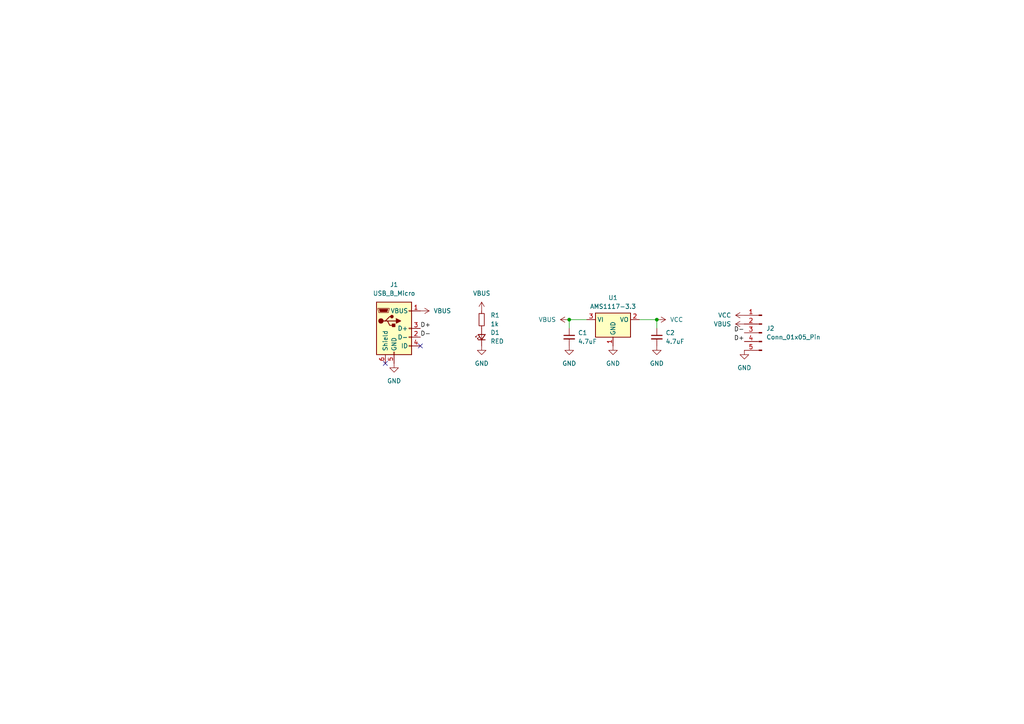
<source format=kicad_sch>
(kicad_sch (version 20230121) (generator eeschema)
  (paper "A4")
  (title_block (title "USBU-LDO-0010") (date "2024-02-01") (rev "1.0") (company "(c) Andriy Golovnya") (comment 1 "microUSB based board with LDO") (comment 2 "Designed in Germany"))
  (lib_symbols
    (symbol "Connector:Conn_01x05_Pin" (pin_names (offset 1.016) hide)
      (property "Reference" "J" (at 0 7.62 0))
      (property "Value" "Conn_01x05_Pin" (at 0 -7.62 0))
      (symbol "Conn_01x05_Pin_1_1"
        (polyline (pts (xy 1.27 -5.08) (xy 0.8636 -5.08)) (stroke (width 0.1524)))
        (polyline (pts (xy 1.27 -2.54) (xy 0.8636 -2.54)) (stroke (width 0.1524)))
        (polyline (pts (xy 1.27 0) (xy 0.8636 0)) (stroke (width 0.1524)))
        (polyline (pts (xy 1.27 2.54) (xy 0.8636 2.54)) (stroke (width 0.1524)))
        (polyline (pts (xy 1.27 5.08) (xy 0.8636 5.08)) (stroke (width 0.1524)))
        (rectangle (start 0.8636 -4.953) (end 0 -5.207) (stroke (width 0.1524)) (fill (type outline)))
        (rectangle (start 0.8636 -2.413) (end 0 -2.667) (stroke (width 0.1524)) (fill (type outline)))
        (rectangle (start 0.8636 0.127) (end 0 -0.127) (stroke (width 0.1524)) (fill (type outline)))
        (rectangle (start 0.8636 2.667) (end 0 2.413) (stroke (width 0.1524)) (fill (type outline)))
        (rectangle (start 0.8636 5.207) (end 0 4.953) (stroke (width 0.1524)) (fill (type outline)))
        (pin passive line (at 5.08 5.08 180) (length 3.81) (name "Pin_1") (number "1"))
        (pin passive line (at 5.08 2.54 180) (length 3.81) (name "Pin_2") (number "2"))
        (pin passive line (at 5.08 0 180) (length 3.81) (name "Pin_3") (number "3"))
        (pin passive line (at 5.08 -2.54 180) (length 3.81) (name "Pin_4") (number "4"))
        (pin passive line (at 5.08 -5.08 180) (length 3.81) (name "Pin_5") (number "5"))
      )
    )
    (symbol "Connector:USB_B_Micro" (pin_names (offset 1.016))
      (property "Reference" "J" (at -5.08 11.43 0))
      (property "Value" "USB_B_Micro" (at -5.08 8.89 0))
      (symbol "USB_B_Micro_0_1"
        (rectangle (start -5.08 -7.62) (end 5.08 7.62) (stroke (width 0.254)) (fill (type background)))
        (circle (center -3.81 2.159) (radius 0.635) (stroke (width 0.254)) (fill (type outline)))
        (circle (center -0.635 3.429) (radius 0.381) (stroke (width 0.254)) (fill (type outline)))
        (rectangle (start -0.127 -7.62) (end 0.127 -6.858))
        (polyline (pts (xy -1.905 2.159) (xy 0.635 2.159)) (stroke (width 0.254)))
        (polyline (pts (xy -3.175 2.159) (xy -2.54 2.159) (xy -1.27 3.429) (xy -0.635 3.429)) (stroke (width 0.254)))
        (polyline (pts (xy -2.54 2.159) (xy -1.905 2.159) (xy -1.27 0.889) (xy 0 0.889)) (stroke (width 0.254)))
        (polyline (pts (xy 0.635 2.794) (xy 0.635 1.524) (xy 1.905 2.159) (xy 0.635 2.794)) (stroke (width 0.254)) (fill (type outline)))
        (polyline (pts (xy -4.318 5.588) (xy -1.778 5.588) (xy -2.032 4.826) (xy -4.064 4.826) (xy -4.318 5.588)) (fill (type outline)))
        (polyline (pts (xy -4.699 5.842) (xy -4.699 5.588) (xy -4.445 4.826) (xy -4.445 4.572) (xy -1.651 4.572) (xy -1.651 4.826) (xy -1.397 5.588) (xy -1.397 5.842) (xy -4.699 5.842)))
        (rectangle (start 0.254 1.27) (end -0.508 0.508) (stroke (width 0.254)) (fill (type outline)))
        (rectangle (start 5.08 -5.207) (end 4.318 -4.953))
        (rectangle (start 5.08 -2.667) (end 4.318 -2.413))
        (rectangle (start 5.08 -0.127) (end 4.318 0.127))
        (rectangle (start 5.08 4.953) (end 4.318 5.207))
      )
      (symbol "USB_B_Micro_1_1"
        (pin power_out line (at 7.62 5.08 180) (length 2.54) (name "VBUS") (number "1"))
        (pin bidirectional line (at 7.62 -2.54 180) (length 2.54) (name "D-") (number "2"))
        (pin bidirectional line (at 7.62 0 180) (length 2.54) (name "D+") (number "3"))
        (pin passive line (at 7.62 -5.08 180) (length 2.54) (name "ID") (number "4"))
        (pin power_out line (at 0 -10.16 90) (length 2.54) (name "GND") (number "5"))
        (pin passive line (at -2.54 -10.16 90) (length 2.54) (name "Shield") (number "6"))
      )
    )
    (symbol "Device:C_Small" (pin_numbers hide) (pin_names (offset 0.254) hide)
      (property "Reference" "C" (at 0.254 1.778 0))
      (property "Value" "C_Small" (at 0.254 -2.032 0))
      (symbol "C_Small_0_1"
        (polyline (pts (xy -1.524 -0.508) (xy 1.524 -0.508)) (stroke (width 0.3302)))
        (polyline (pts (xy -1.524 0.508) (xy 1.524 0.508)) (stroke (width 0.3048)))
      )
      (symbol "C_Small_1_1"
        (pin passive line (at 0 2.54 270) (length 2.032) (name "~") (number "1"))
        (pin passive line (at 0 -2.54 90) (length 2.032) (name "~") (number "2"))
      )
    )
    (symbol "Device:LED_Small" (pin_numbers hide) (pin_names (offset 0.254) hide)
      (property "Reference" "D" (at -1.27 3.175 0))
      (property "Value" "LED_Small" (at -4.445 -2.54 0))
      (symbol "LED_Small_0_1"
        (polyline (pts (xy -0.762 -1.016) (xy -0.762 1.016)) (stroke (width 0.254)))
        (polyline (pts (xy 1.016 0) (xy -0.762 0)))
        (polyline (pts (xy 0.762 -1.016) (xy -0.762 0) (xy 0.762 1.016) (xy 0.762 -1.016)) (stroke (width 0.254)))
        (polyline (pts (xy 0 0.762) (xy -0.508 1.27) (xy -0.254 1.27) (xy -0.508 1.27) (xy -0.508 1.016)))
        (polyline (pts (xy 0.508 1.27) (xy 0 1.778) (xy 0.254 1.778) (xy 0 1.778) (xy 0 1.524)))
      )
      (symbol "LED_Small_1_1"
        (pin passive line (at -2.54 0 0) (length 1.778) (name "K") (number "1"))
        (pin passive line (at 2.54 0 180) (length 1.778) (name "A") (number "2"))
      )
    )
    (symbol "Device:R_Small" (pin_numbers hide) (pin_names (offset 0.254) hide)
      (property "Reference" "R" (at 0.762 0.508 0))
      (property "Value" "R_Small" (at 0.762 -1.016 0))
      (symbol "R_Small_0_1"
        (rectangle (start -0.762 1.778) (end 0.762 -1.778) (stroke (width 0.2032)))
      )
      (symbol "R_Small_1_1"
        (pin passive line (at 0 2.54 270) (length 0.762) (name "~") (number "1"))
        (pin passive line (at 0 -2.54 90) (length 0.762) (name "~") (number "2"))
      )
    )
    (symbol "Regulator_Linear:AMS1117-3.3"
      (property "Reference" "U" (at -3.81 3.175 0))
      (property "Value" "AMS1117-3.3" (at 0 3.175 0))
      (symbol "AMS1117-3.3_0_1"
        (rectangle (start -5.08 -5.08) (end 5.08 1.905) (stroke (width 0.254)) (fill (type background)))
      )
      (symbol "AMS1117-3.3_1_1"
        (pin power_in line (at 0 -7.62 90) (length 2.54) (name "GND") (number "1"))
        (pin power_out line (at 7.62 0 180) (length 2.54) (name "VO") (number "2"))
        (pin power_in line (at -7.62 0 0) (length 2.54) (name "VI") (number "3"))
      )
    )
    (symbol "power:GND" (power) (pin_names (offset 0))
      (property "Value" "GND" (at 0 -3.81 0))
      (symbol "GND_0_1"
        (polyline (pts (xy 0 0) (xy 0 -1.27) (xy 1.27 -1.27) (xy 0 -2.54) (xy -1.27 -1.27) (xy 0 -1.27)))
      )
      (symbol "GND_1_1"
        (pin power_in line (at 0 0 270) (length 0) hide (name "GND") (number "1"))
      )
    )
    (symbol "power:VBUS" (power) (pin_names (offset 0))
      (property "Value" "VBUS" (at 0 3.81 0))
      (symbol "VBUS_0_1"
        (polyline (pts (xy -0.762 1.27) (xy 0 2.54)))
        (polyline (pts (xy 0 0) (xy 0 2.54)))
        (polyline (pts (xy 0 2.54) (xy 0.762 1.27)))
      )
      (symbol "VBUS_1_1"
        (pin power_in line (at 0 0 90) (length 0) hide (name "VBUS") (number "1"))
      )
    )
    (symbol "power:VCC" (power) (pin_names (offset 0))
      (property "Value" "VCC" (at 0 3.81 0))
      (symbol "VCC_0_1"
        (polyline (pts (xy -0.762 1.27) (xy 0 2.54)))
        (polyline (pts (xy 0 0) (xy 0 2.54)))
        (polyline (pts (xy 0 2.54) (xy 0.762 1.27)))
      )
      (symbol "VCC_1_1"
        (pin power_in line (at 0 0 90) (length 0) hide (name "VCC") (number "1"))
      )
    )
  )
  (junction (at 190.5 92.71))
  (junction (at 165.1 92.71))
  (no_connect (at 111.76 105.41))
  (no_connect (at 121.92 100.33))
  (wire (pts (xy 165.1 92.71) (xy 170.18 92.71)))
  (wire (pts (xy 190.5 92.71) (xy 185.42 92.71)))
  (wire (pts (xy 190.5 95.25) (xy 190.5 92.71)))
  (wire (pts (xy 165.1 95.25) (xy 165.1 92.71)))
  (label "D-" (at 121.92 97.79 0))
  (label "D+" (at 215.9 99.06 180))
  (label "D-" (at 215.9 96.52 180))
  (label "D+" (at 121.92 95.25 0))
  (symbol (lib_id "power:GND") (at 165.1 100.33 0) (unit 1)
    (property "Reference" "#PWR06" (effects hide))
    (property "Value" "GND" (at 165.1 105.41 0))
  )
  (symbol (lib_id "power:VCC") (at 190.5 92.71 270) (unit 1)
    (property "Reference" "#PWR04" (effects hide))
    (property "Value" "VCC" (at 194.31 92.71 90) (effects (justify left)))
  )
  (symbol (lib_id "power:GND") (at 139.7 100.33 0) (unit 1)
    (property "Reference" "#PWR09" (effects hide))
    (property "Value" "GND" (at 139.7 105.41 0))
  )
  (symbol (lib_id "Device:C_Small") (at 190.5 97.79 0) (unit 1)
    (property "Reference" "C2" (at 193.04 96.5263 0) (effects (justify left)))
    (property "Value" "4.7uF" (at 193.04 99.0663 0) (effects (justify left)))
    (property "Footprint" "Capacitor_SMD:C_0805_2012Metric" (effects hide))
  )
  (symbol (lib_id "power:GND") (at 114.3 105.41 0) (unit 1)
    (property "Reference" "#PWR02" (effects hide))
    (property "Value" "GND" (at 114.3 110.49 0))
  )
  (symbol (lib_id "power:GND") (at 177.8 100.33 0) (unit 1)
    (property "Reference" "#PWR03" (effects hide))
    (property "Value" "GND" (at 177.8 105.41 0))
  )
  (symbol (lib_id "Connector:USB_B_Micro") (at 114.3 95.25 0) (unit 1)
    (property "Reference" "J1" (at 114.3 82.55 0))
    (property "Value" "USB_B_Micro" (at 114.3 85.09 0))
    (property "Footprint" "Connector_USB:USB_Micro-B_Molex_47346-0001" (effects hide))
  )
  (symbol (lib_id "power:VBUS") (at 121.92 90.17 270) (unit 1)
    (property "Reference" "#PWR05" (effects hide))
    (property "Value" "VBUS" (at 125.73 90.17 90) (effects (justify left)))
  )
  (symbol (lib_id "Regulator_Linear:AMS1117-3.3") (at 177.8 92.71 0) (unit 1)
    (property "Reference" "U1" (at 177.8 86.36 0))
    (property "Value" "AMS1117-3.3" (at 177.8 88.9 0))
    (property "Footprint" "Package_TO_SOT_SMD:SOT-223-3_TabPin2" (effects hide))
    (property "Datasheet" "http://www.advanced-monolithic.com/pdf/ds1117.pdf" (effects hide))
  )
  (symbol (lib_id "Connector:Conn_01x05_Pin") (at 220.98 96.52 0) (mirror y) (unit 1)
    (property "Reference" "J2" (at 222.25 95.25 0) (effects (justify right)))
    (property "Value" "Conn_01x05_Pin" (at 222.25 97.79 0) (effects (justify right)))
    (property "Footprint" "Connector_PinHeader_2.54mm:PinHeader_1x05_P2.54mm_Vertical" (effects hide))
  )
  (symbol (lib_id "Device:LED_Small") (at 139.7 97.79 90) (unit 1)
    (property "Reference" "D1" (at 142.24 96.4565 90) (effects (justify right)))
    (property "Value" "RED" (at 142.24 98.9965 90) (effects (justify right)))
    (property "Footprint" "LED_SMD:LED_0603_1608Metric" (effects hide))
  )
  (symbol (lib_id "power:VBUS") (at 165.1 92.71 90) (unit 1)
    (property "Reference" "#PWR01" (effects hide))
    (property "Value" "VBUS" (at 161.29 92.71 90) (effects (justify left)))
  )
  (symbol (lib_id "power:VBUS") (at 215.9 93.98 90) (unit 1)
    (property "Reference" "#PWR011" (effects hide))
    (property "Value" "VBUS" (at 212.09 93.98 90) (effects (justify left)))
  )
  (symbol (lib_id "Device:C_Small") (at 165.1 97.79 0) (unit 1)
    (property "Reference" "C1" (at 167.64 96.5263 0) (effects (justify left)))
    (property "Value" "4.7uF" (at 167.64 99.0663 0) (effects (justify left)))
    (property "Footprint" "Capacitor_SMD:C_0805_2012Metric" (effects hide))
  )
  (symbol (lib_id "power:GND") (at 190.5 100.33 0) (unit 1)
    (property "Reference" "#PWR07" (effects hide))
    (property "Value" "GND" (at 190.5 105.41 0))
  )
  (symbol (lib_id "power:VBUS") (at 139.7 90.17 0) (unit 1)
    (property "Reference" "#PWR08" (effects hide))
    (property "Value" "VBUS" (at 139.7 85.09 0))
  )
  (symbol (lib_id "Device:R_Small") (at 139.7 92.71 0) (unit 1)
    (property "Reference" "R1" (at 142.24 91.44 0) (effects (justify left)))
    (property "Value" "1k" (at 142.24 93.98 0) (effects (justify left)))
    (property "Footprint" "Resistor_SMD:R_0402_1005Metric" (effects hide))
  )
  (symbol (lib_id "power:GND") (at 215.9 101.6 0) (unit 1)
    (property "Reference" "#PWR010" (effects hide))
    (property "Value" "GND" (at 215.9 106.68 0))
  )
  (symbol (lib_id "power:VCC") (at 215.9 91.44 90) (unit 1)
    (property "Reference" "#PWR012" (effects hide))
    (property "Value" "VCC" (at 212.09 91.44 90) (effects (justify left)))
  )
)
</source>
